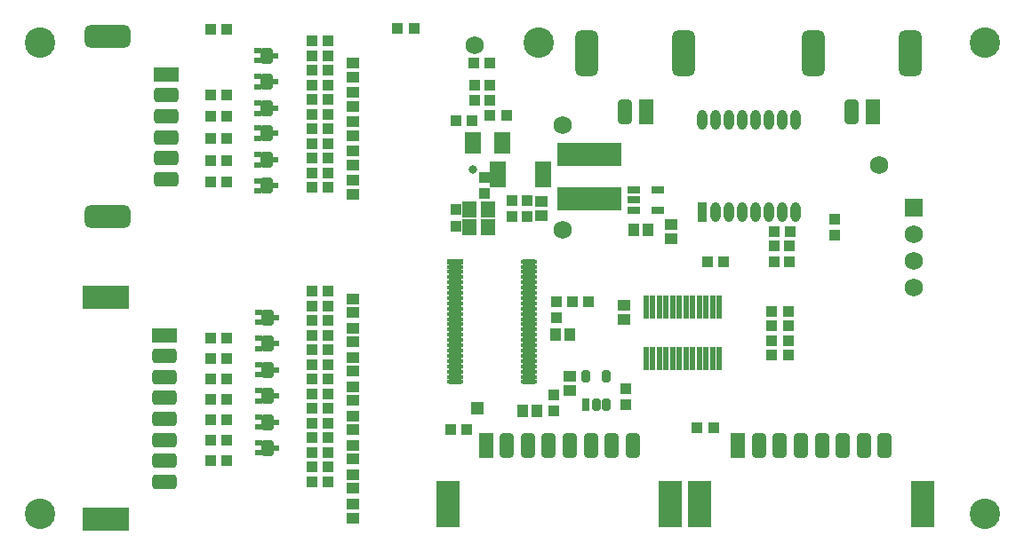
<source format=gts>
G04 Layer_Color=8388736*
%FSLAX25Y25*%
%MOIN*%
G70*
G01*
G75*
G04:AMPARAMS|DCode=59|XSize=55.24mil|YSize=94.61mil|CornerRadius=15.81mil|HoleSize=0mil|Usage=FLASHONLY|Rotation=0.000|XOffset=0mil|YOffset=0mil|HoleType=Round|Shape=RoundedRectangle|*
%AMROUNDEDRECTD59*
21,1,0.05524,0.06299,0,0,0.0*
21,1,0.02362,0.09461,0,0,0.0*
1,1,0.03162,0.01181,-0.03150*
1,1,0.03162,-0.01181,-0.03150*
1,1,0.03162,-0.01181,0.03150*
1,1,0.03162,0.01181,0.03150*
%
%ADD59ROUNDEDRECTD59*%
%ADD60R,0.08674X0.17335*%
%ADD61R,0.05524X0.09461*%
%ADD62R,0.04147X0.04147*%
G04:AMPARAMS|DCode=63|XSize=55.24mil|YSize=94.61mil|CornerRadius=15.81mil|HoleSize=0mil|Usage=FLASHONLY|Rotation=270.000|XOffset=0mil|YOffset=0mil|HoleType=Round|Shape=RoundedRectangle|*
%AMROUNDEDRECTD63*
21,1,0.05524,0.06299,0,0,270.0*
21,1,0.02362,0.09461,0,0,270.0*
1,1,0.03162,-0.03150,-0.01181*
1,1,0.03162,-0.03150,0.01181*
1,1,0.03162,0.03150,0.01181*
1,1,0.03162,0.03150,-0.01181*
%
%ADD63ROUNDEDRECTD63*%
%ADD64R,0.17335X0.08674*%
%ADD65R,0.09461X0.05524*%
G04:AMPARAMS|DCode=66|XSize=86.74mil|YSize=173.35mil|CornerRadius=23.68mil|HoleSize=0mil|Usage=FLASHONLY|Rotation=270.000|XOffset=0mil|YOffset=0mil|HoleType=Round|Shape=RoundedRectangle|*
%AMROUNDEDRECTD66*
21,1,0.08674,0.12598,0,0,270.0*
21,1,0.03937,0.17335,0,0,270.0*
1,1,0.04737,-0.06299,-0.01968*
1,1,0.04737,-0.06299,0.01968*
1,1,0.04737,0.06299,0.01968*
1,1,0.04737,0.06299,-0.01968*
%
%ADD66ROUNDEDRECTD66*%
%ADD67R,0.04537X0.04143*%
%ADD68R,0.04143X0.04537*%
%ADD69R,0.04147X0.04147*%
%ADD70R,0.02200X0.08600*%
G04:AMPARAMS|DCode=71|XSize=86.74mil|YSize=173.35mil|CornerRadius=23.68mil|HoleSize=0mil|Usage=FLASHONLY|Rotation=180.000|XOffset=0mil|YOffset=0mil|HoleType=Round|Shape=RoundedRectangle|*
%AMROUNDEDRECTD71*
21,1,0.08674,0.12598,0,0,180.0*
21,1,0.03937,0.17335,0,0,180.0*
1,1,0.04737,-0.01968,0.06299*
1,1,0.04737,0.01968,0.06299*
1,1,0.04737,0.01968,-0.06299*
1,1,0.04737,-0.01968,-0.06299*
%
%ADD71ROUNDEDRECTD71*%
%ADD72R,0.03950X0.03950*%
%ADD73R,0.04934X0.03162*%
%ADD74R,0.05328X0.06312*%
G04:AMPARAMS|DCode=75|XSize=47.37mil|YSize=59.18mil|CornerRadius=6.95mil|HoleSize=0mil|Usage=FLASHONLY|Rotation=0.000|XOffset=0mil|YOffset=0mil|HoleType=Round|Shape=RoundedRectangle|*
%AMROUNDEDRECTD75*
21,1,0.04737,0.04528,0,0,0.0*
21,1,0.03347,0.05918,0,0,0.0*
1,1,0.01391,0.01673,-0.02264*
1,1,0.01391,-0.01673,-0.02264*
1,1,0.01391,-0.01673,0.02264*
1,1,0.01391,0.01673,0.02264*
%
%ADD75ROUNDEDRECTD75*%
%ADD76R,0.02572X0.01981*%
%ADD77R,0.02768X0.02020*%
%ADD78O,0.06115X0.01981*%
%ADD79R,0.06115X0.01981*%
%ADD80R,0.06312X0.07887*%
%ADD81R,0.24422X0.09068*%
%ADD82R,0.04737X0.04737*%
%ADD83O,0.03792X0.07493*%
%ADD84R,0.03792X0.07493*%
%ADD85R,0.03162X0.04737*%
G04:AMPARAMS|DCode=86|XSize=31.62mil|YSize=47.37mil|CornerRadius=9.9mil|HoleSize=0mil|Usage=FLASHONLY|Rotation=180.000|XOffset=0mil|YOffset=0mil|HoleType=Round|Shape=RoundedRectangle|*
%AMROUNDEDRECTD86*
21,1,0.03162,0.02756,0,0,180.0*
21,1,0.01181,0.04737,0,0,180.0*
1,1,0.01981,-0.00591,0.01378*
1,1,0.01981,0.00591,0.01378*
1,1,0.01981,0.00591,-0.01378*
1,1,0.01981,-0.00591,-0.01378*
%
%ADD86ROUNDEDRECTD86*%
%ADD87R,0.06312X0.01902*%
%ADD88C,0.06800*%
%ADD89C,0.11430*%
%ADD90R,0.06800X0.06800*%
%ADD91C,0.03162*%
D59*
X200787Y35533D02*
D03*
X185039D02*
D03*
X192913D02*
D03*
X208661D02*
D03*
X232283D02*
D03*
X224410D02*
D03*
X216535D02*
D03*
X279528D02*
D03*
X287402D02*
D03*
X295276D02*
D03*
X303150D02*
D03*
X311024D02*
D03*
X318898D02*
D03*
X326772D02*
D03*
X314311Y161000D02*
D03*
X229311D02*
D03*
D60*
X246457Y13565D02*
D03*
X162992D02*
D03*
X257480D02*
D03*
X340945D02*
D03*
D61*
X177165Y35533D02*
D03*
X271654D02*
D03*
X322185Y161000D02*
D03*
X237185D02*
D03*
D62*
X169980Y41732D02*
D03*
X163878D02*
D03*
X262500Y42126D02*
D03*
X256398D02*
D03*
X117921Y22000D02*
D03*
X111819D02*
D03*
X290551Y69500D02*
D03*
X284449D02*
D03*
X290551Y75000D02*
D03*
X284449D02*
D03*
X290551Y80500D02*
D03*
X284449D02*
D03*
X290551Y86000D02*
D03*
X284449D02*
D03*
X80051Y29748D02*
D03*
X73949D02*
D03*
X80051Y37457D02*
D03*
X73949D02*
D03*
X80051Y45165D02*
D03*
X73949D02*
D03*
X80051Y52874D02*
D03*
X73949D02*
D03*
X80051Y60583D02*
D03*
X73949D02*
D03*
X80051Y68291D02*
D03*
X73949D02*
D03*
X178740Y159449D02*
D03*
X184843D02*
D03*
X171936Y157600D02*
D03*
X165834D02*
D03*
X80051Y76000D02*
D03*
X73949D02*
D03*
X80051Y134457D02*
D03*
X73949D02*
D03*
X80051Y142665D02*
D03*
X73949D02*
D03*
X80051Y150874D02*
D03*
X73949D02*
D03*
X80051Y159083D02*
D03*
X73949D02*
D03*
X80051Y167291D02*
D03*
X73949D02*
D03*
X80051Y192000D02*
D03*
X73949D02*
D03*
X111819Y27569D02*
D03*
X117921D02*
D03*
Y33068D02*
D03*
X111819D02*
D03*
Y38568D02*
D03*
X117921D02*
D03*
Y44069D02*
D03*
X111819D02*
D03*
Y49569D02*
D03*
X117921D02*
D03*
Y176568D02*
D03*
X111819D02*
D03*
X117921Y187568D02*
D03*
X111819D02*
D03*
X117921Y165568D02*
D03*
X111819D02*
D03*
X117921Y154569D02*
D03*
X111819D02*
D03*
X117921Y143569D02*
D03*
X111819D02*
D03*
X117921Y132569D02*
D03*
X111819D02*
D03*
Y138068D02*
D03*
X117921D02*
D03*
X111819Y149068D02*
D03*
X117921D02*
D03*
X111819Y160069D02*
D03*
X117921D02*
D03*
X111819Y171069D02*
D03*
X117921D02*
D03*
X111819Y182069D02*
D03*
X117921D02*
D03*
X111819Y93568D02*
D03*
X117921D02*
D03*
X111819Y82569D02*
D03*
X117921D02*
D03*
Y88068D02*
D03*
X111819D02*
D03*
X117921Y77069D02*
D03*
X111819D02*
D03*
Y71569D02*
D03*
X117921D02*
D03*
Y66069D02*
D03*
X111819D02*
D03*
Y60568D02*
D03*
X117921D02*
D03*
Y55068D02*
D03*
X111819D02*
D03*
X150173Y192100D02*
D03*
X144071D02*
D03*
X172638Y179134D02*
D03*
X178740D02*
D03*
X209571Y89600D02*
D03*
X215673D02*
D03*
X260249Y104500D02*
D03*
X266351D02*
D03*
X285319Y116068D02*
D03*
X291421D02*
D03*
D63*
X56771Y21950D02*
D03*
Y29824D02*
D03*
Y37698D02*
D03*
Y45572D02*
D03*
Y53446D02*
D03*
Y61321D02*
D03*
Y69195D02*
D03*
X57323Y167108D02*
D03*
Y159234D02*
D03*
Y151360D02*
D03*
Y143486D02*
D03*
Y135612D02*
D03*
D64*
X34802Y7777D02*
D03*
Y91242D02*
D03*
D65*
X56771Y77069D02*
D03*
X57323Y174982D02*
D03*
D66*
X35354Y189155D02*
D03*
Y121439D02*
D03*
D67*
X127370Y8343D02*
D03*
Y13657D02*
D03*
X228839Y88287D02*
D03*
Y82972D02*
D03*
X208661Y61713D02*
D03*
Y56398D02*
D03*
X198000Y121843D02*
D03*
Y127157D02*
D03*
X246500Y118658D02*
D03*
Y113342D02*
D03*
X127370Y41411D02*
D03*
Y46726D02*
D03*
Y30411D02*
D03*
Y35726D02*
D03*
Y19411D02*
D03*
Y24726D02*
D03*
Y162911D02*
D03*
Y168226D02*
D03*
Y151911D02*
D03*
Y157226D02*
D03*
Y173911D02*
D03*
Y179226D02*
D03*
Y140911D02*
D03*
Y146226D02*
D03*
Y129911D02*
D03*
Y135226D02*
D03*
Y85411D02*
D03*
Y90726D02*
D03*
Y74411D02*
D03*
Y79726D02*
D03*
Y52411D02*
D03*
Y57726D02*
D03*
Y63411D02*
D03*
Y68726D02*
D03*
D68*
X203248Y77165D02*
D03*
X208563D02*
D03*
X232776Y116535D02*
D03*
X238090D02*
D03*
X190965Y48600D02*
D03*
X196280D02*
D03*
D69*
X229528Y50886D02*
D03*
Y56988D02*
D03*
X192500Y121449D02*
D03*
Y127551D02*
D03*
X176685Y130149D02*
D03*
Y136251D02*
D03*
X187000Y127551D02*
D03*
Y121449D02*
D03*
X165870Y124120D02*
D03*
Y118017D02*
D03*
X202622Y48549D02*
D03*
Y54651D02*
D03*
X203622Y89651D02*
D03*
Y83549D02*
D03*
X308122Y120651D02*
D03*
Y114549D02*
D03*
X285370Y104517D02*
D03*
Y110620D02*
D03*
X290870Y104517D02*
D03*
Y110620D02*
D03*
D70*
X237250Y68300D02*
D03*
X239750D02*
D03*
X242250D02*
D03*
X244750D02*
D03*
X247250D02*
D03*
X249750D02*
D03*
X252250D02*
D03*
X254750D02*
D03*
X257250D02*
D03*
X259750D02*
D03*
X262250D02*
D03*
X264750D02*
D03*
Y87700D02*
D03*
X262250D02*
D03*
X259750D02*
D03*
X257250D02*
D03*
X254750D02*
D03*
X252250D02*
D03*
X249750D02*
D03*
X247250D02*
D03*
X244750D02*
D03*
X242250D02*
D03*
X239750D02*
D03*
X237250D02*
D03*
D71*
X300138Y182968D02*
D03*
X336358D02*
D03*
X215138D02*
D03*
X251358D02*
D03*
D72*
X178740Y165354D02*
D03*
X172835D02*
D03*
X178740Y170866D02*
D03*
X172835D02*
D03*
D73*
X232677Y131496D02*
D03*
Y127756D02*
D03*
Y124016D02*
D03*
X241732D02*
D03*
Y131496D02*
D03*
D74*
X170965Y124116D02*
D03*
X177854D02*
D03*
X170965Y117620D02*
D03*
X177854D02*
D03*
D75*
X95370Y34738D02*
D03*
Y44399D02*
D03*
Y54234D02*
D03*
Y64069D02*
D03*
Y83738D02*
D03*
Y73903D02*
D03*
X95120Y182069D02*
D03*
Y172195D02*
D03*
Y162320D02*
D03*
X95118Y152828D02*
D03*
Y142954D02*
D03*
Y133080D02*
D03*
D76*
X91827Y32769D02*
D03*
Y36706D02*
D03*
Y42431D02*
D03*
Y46368D02*
D03*
Y52265D02*
D03*
Y56202D02*
D03*
Y62100D02*
D03*
Y66037D02*
D03*
Y81769D02*
D03*
Y85706D02*
D03*
Y71935D02*
D03*
Y75872D02*
D03*
X91577Y184037D02*
D03*
Y180100D02*
D03*
Y174163D02*
D03*
Y170226D02*
D03*
Y164289D02*
D03*
Y160352D02*
D03*
X91575Y154797D02*
D03*
Y150860D02*
D03*
Y144923D02*
D03*
Y140986D02*
D03*
Y135049D02*
D03*
Y131112D02*
D03*
D77*
X98323Y34738D02*
D03*
Y44399D02*
D03*
Y54234D02*
D03*
Y64069D02*
D03*
Y83738D02*
D03*
Y73903D02*
D03*
X98073Y182069D02*
D03*
Y172195D02*
D03*
Y162320D02*
D03*
X98071Y152828D02*
D03*
Y142954D02*
D03*
Y133080D02*
D03*
D78*
X193150Y59431D02*
D03*
Y61399D02*
D03*
Y63368D02*
D03*
Y65336D02*
D03*
Y67305D02*
D03*
Y69273D02*
D03*
Y71242D02*
D03*
Y73210D02*
D03*
Y75179D02*
D03*
Y77147D02*
D03*
Y79116D02*
D03*
Y81084D02*
D03*
Y83053D02*
D03*
Y85021D02*
D03*
Y86990D02*
D03*
Y88958D02*
D03*
Y90927D02*
D03*
Y92895D02*
D03*
Y94864D02*
D03*
Y96832D02*
D03*
Y98801D02*
D03*
Y100769D02*
D03*
Y102738D02*
D03*
Y104706D02*
D03*
X165591Y59431D02*
D03*
Y61399D02*
D03*
Y63368D02*
D03*
Y65336D02*
D03*
Y67305D02*
D03*
Y69273D02*
D03*
Y71242D02*
D03*
Y73210D02*
D03*
Y75179D02*
D03*
Y77147D02*
D03*
Y79116D02*
D03*
Y81084D02*
D03*
Y83053D02*
D03*
Y85021D02*
D03*
Y86990D02*
D03*
Y88958D02*
D03*
Y90927D02*
D03*
Y92895D02*
D03*
Y94864D02*
D03*
Y96832D02*
D03*
Y98801D02*
D03*
Y100769D02*
D03*
Y102738D02*
D03*
D79*
Y104706D02*
D03*
D80*
X172457Y149268D02*
D03*
X183283D02*
D03*
D81*
X216142Y144882D02*
D03*
Y128347D02*
D03*
D82*
X174122Y49600D02*
D03*
D83*
X293370Y157793D02*
D03*
X288370D02*
D03*
X283370D02*
D03*
X278370D02*
D03*
X273370D02*
D03*
X268370D02*
D03*
X263370D02*
D03*
X258370D02*
D03*
X293370Y123344D02*
D03*
X288370D02*
D03*
X283370D02*
D03*
X278370D02*
D03*
X273370D02*
D03*
X268370D02*
D03*
X263370D02*
D03*
D84*
X258370D02*
D03*
D85*
X214764Y50886D02*
D03*
D86*
X218504D02*
D03*
X222244D02*
D03*
Y61713D02*
D03*
X214764D02*
D03*
D87*
X198610Y133463D02*
D03*
Y135432D02*
D03*
Y137400D02*
D03*
Y139368D02*
D03*
Y141337D02*
D03*
X181760Y133463D02*
D03*
Y135432D02*
D03*
Y137400D02*
D03*
Y139368D02*
D03*
Y141337D02*
D03*
D88*
X205906Y116535D02*
D03*
Y155905D02*
D03*
X324803Y140945D02*
D03*
X172835Y185827D02*
D03*
X337685Y95000D02*
D03*
Y105000D02*
D03*
Y115000D02*
D03*
D89*
X196850Y187008D02*
D03*
X364173D02*
D03*
Y9843D02*
D03*
X9843Y187008D02*
D03*
Y9843D02*
D03*
D90*
X337685Y125000D02*
D03*
D91*
X172370Y139368D02*
D03*
M02*

</source>
